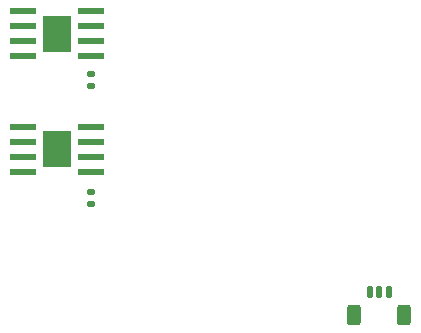
<source format=gbr>
%TF.GenerationSoftware,KiCad,Pcbnew,7.0.2*%
%TF.CreationDate,2023-08-25T16:22:19-05:00*%
%TF.ProjectId,ziggy,7a696767-792e-46b6-9963-61645f706362,rev?*%
%TF.SameCoordinates,Original*%
%TF.FileFunction,Paste,Bot*%
%TF.FilePolarity,Positive*%
%FSLAX46Y46*%
G04 Gerber Fmt 4.6, Leading zero omitted, Abs format (unit mm)*
G04 Created by KiCad (PCBNEW 7.0.2) date 2023-08-25 16:22:19*
%MOMM*%
%LPD*%
G01*
G04 APERTURE LIST*
G04 Aperture macros list*
%AMRoundRect*
0 Rectangle with rounded corners*
0 $1 Rounding radius*
0 $2 $3 $4 $5 $6 $7 $8 $9 X,Y pos of 4 corners*
0 Add a 4 corners polygon primitive as box body*
4,1,4,$2,$3,$4,$5,$6,$7,$8,$9,$2,$3,0*
0 Add four circle primitives for the rounded corners*
1,1,$1+$1,$2,$3*
1,1,$1+$1,$4,$5*
1,1,$1+$1,$6,$7*
1,1,$1+$1,$8,$9*
0 Add four rect primitives between the rounded corners*
20,1,$1+$1,$2,$3,$4,$5,0*
20,1,$1+$1,$4,$5,$6,$7,0*
20,1,$1+$1,$6,$7,$8,$9,0*
20,1,$1+$1,$8,$9,$2,$3,0*%
G04 Aperture macros list end*
%ADD10RoundRect,0.135000X-0.185000X0.135000X-0.185000X-0.135000X0.185000X-0.135000X0.185000X0.135000X0*%
%ADD11R,2.400000X3.100000*%
%ADD12R,2.200000X0.500000*%
%ADD13RoundRect,0.125000X0.125000X0.375000X-0.125000X0.375000X-0.125000X-0.375000X0.125000X-0.375000X0*%
%ADD14RoundRect,0.250000X0.350000X0.600000X-0.350000X0.600000X-0.350000X-0.600000X0.350000X-0.600000X0*%
G04 APERTURE END LIST*
D10*
%TO.C,R2*%
X159500000Y-122000001D03*
X159500000Y-123020001D03*
%TD*%
D11*
%TO.C,U2*%
X156625000Y-118594999D03*
D12*
X159500000Y-116689999D03*
X159500000Y-117959999D03*
X159500000Y-119229999D03*
X159500000Y-120499999D03*
X153750000Y-120499999D03*
X153750000Y-119229999D03*
X153750000Y-117959999D03*
X153750000Y-116689999D03*
%TD*%
D11*
%TO.C,U1*%
X156625000Y-128405000D03*
D12*
X159500000Y-126500000D03*
X159500000Y-127770000D03*
X159500000Y-129040000D03*
X159500000Y-130310000D03*
X153750000Y-130310000D03*
X153750000Y-129040000D03*
X153750000Y-127770000D03*
X153750000Y-126500000D03*
%TD*%
D10*
%TO.C,R1*%
X159500000Y-132000000D03*
X159500000Y-133020000D03*
%TD*%
D13*
%TO.C,J2*%
X184700000Y-140470000D03*
X183900000Y-140470000D03*
X183100000Y-140470000D03*
D14*
X186000000Y-142420000D03*
X181800000Y-142420000D03*
%TD*%
M02*

</source>
